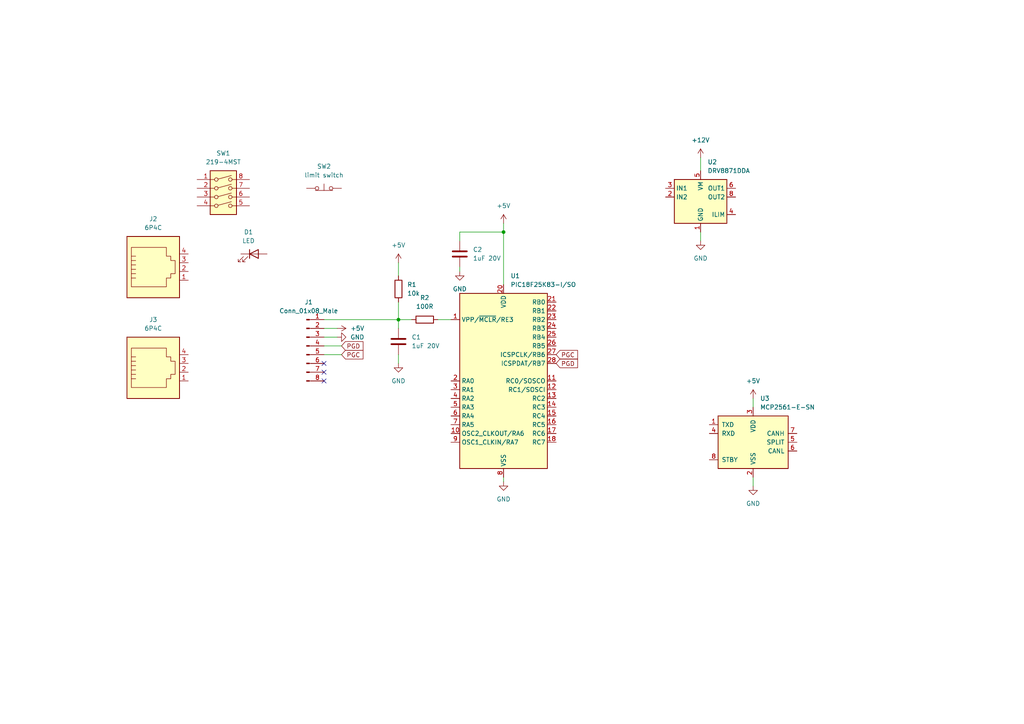
<source format=kicad_sch>
(kicad_sch (version 20211123) (generator eeschema)
  (paper "A4")
  (lib_symbols
    (symbol "Connector:6P4C" (pin_names (offset 1.016))
      (property "Reference" "J" (at -5.08 11.43 0))
      (property "Value" "6P4C" (at 2.54 11.43 0))
      (symbol "6P4C_0_1"
        (polyline (pts (xy -6.35 -1.905) (xy -5.08 -1.905) (xy -5.08 -1.905)))
        (polyline (pts (xy -6.35 -0.635) (xy -5.08 -0.635) (xy -5.08 -0.635)))
        (polyline (pts (xy -6.35 0.635) (xy -5.08 0.635) (xy -5.08 0.635)))
        (polyline (pts (xy -6.35 1.905) (xy -5.08 1.905) (xy -5.08 1.905)))
        (polyline (pts (xy -6.35 3.175) (xy -5.08 3.175) (xy -5.08 3.175)))
        (polyline (pts (xy -5.08 4.445) (xy -6.35 4.445) (xy -6.35 4.445)))
        (polyline (pts (xy -6.35 -4.445) (xy -6.35 6.985) (xy 3.81 6.985) (xy 3.81 4.445) (xy 5.08 4.445) (xy 5.08 3.175) (xy 6.35 3.175) (xy 6.35 -0.635) (xy 5.08 -0.635) (xy 5.08 -1.905) (xy 3.81 -1.905) (xy 3.81 -4.445) (xy -6.35 -4.445) (xy -6.35 -4.445)))
        (rectangle (start 7.62 10.16) (end -7.62 -7.62) (stroke (width 0.254)) (fill (type background)))
      )
      (symbol "6P4C_1_1"
        (pin passive line (at 10.16 -2.54 180) (length 2.54) (name "~") (number "1"))
        (pin passive line (at 10.16 0 180) (length 2.54) (name "~") (number "2"))
        (pin passive line (at 10.16 2.54 180) (length 2.54) (name "~") (number "3"))
        (pin passive line (at 10.16 5.08 180) (length 2.54) (name "~") (number "4"))
      )
    )
    (symbol "Connector:Conn_01x08_Male" (pin_names (offset 1.016) hide)
      (property "Reference" "J" (at 0 10.16 0))
      (property "Value" "Conn_01x08_Male" (at 0 -12.7 0))
      (symbol "Conn_01x08_Male_1_1"
        (polyline (pts (xy 1.27 -10.16) (xy 0.8636 -10.16)) (stroke (width 0.1524)))
        (polyline (pts (xy 1.27 -7.62) (xy 0.8636 -7.62)) (stroke (width 0.1524)))
        (polyline (pts (xy 1.27 -5.08) (xy 0.8636 -5.08)) (stroke (width 0.1524)))
        (polyline (pts (xy 1.27 -2.54) (xy 0.8636 -2.54)) (stroke (width 0.1524)))
        (polyline (pts (xy 1.27 0) (xy 0.8636 0)) (stroke (width 0.1524)))
        (polyline (pts (xy 1.27 2.54) (xy 0.8636 2.54)) (stroke (width 0.1524)))
        (polyline (pts (xy 1.27 5.08) (xy 0.8636 5.08)) (stroke (width 0.1524)))
        (polyline (pts (xy 1.27 7.62) (xy 0.8636 7.62)) (stroke (width 0.1524)))
        (rectangle (start 0.8636 -10.033) (end 0 -10.287) (stroke (width 0.1524)) (fill (type outline)))
        (rectangle (start 0.8636 -7.493) (end 0 -7.747) (stroke (width 0.1524)) (fill (type outline)))
        (rectangle (start 0.8636 -4.953) (end 0 -5.207) (stroke (width 0.1524)) (fill (type outline)))
        (rectangle (start 0.8636 -2.413) (end 0 -2.667) (stroke (width 0.1524)) (fill (type outline)))
        (rectangle (start 0.8636 0.127) (end 0 -0.127) (stroke (width 0.1524)) (fill (type outline)))
        (rectangle (start 0.8636 2.667) (end 0 2.413) (stroke (width 0.1524)) (fill (type outline)))
        (rectangle (start 0.8636 5.207) (end 0 4.953) (stroke (width 0.1524)) (fill (type outline)))
        (rectangle (start 0.8636 7.747) (end 0 7.493) (stroke (width 0.1524)) (fill (type outline)))
        (pin passive line (at 5.08 7.62 180) (length 3.81) (name "Pin_1") (number "1"))
        (pin passive line (at 5.08 5.08 180) (length 3.81) (name "Pin_2") (number "2"))
        (pin passive line (at 5.08 2.54 180) (length 3.81) (name "Pin_3") (number "3"))
        (pin passive line (at 5.08 0 180) (length 3.81) (name "Pin_4") (number "4"))
        (pin passive line (at 5.08 -2.54 180) (length 3.81) (name "Pin_5") (number "5"))
        (pin passive line (at 5.08 -5.08 180) (length 3.81) (name "Pin_6") (number "6"))
        (pin passive line (at 5.08 -7.62 180) (length 3.81) (name "Pin_7") (number "7"))
        (pin passive line (at 5.08 -10.16 180) (length 3.81) (name "Pin_8") (number "8"))
      )
    )
    (symbol "Device:C" (pin_numbers hide) (pin_names (offset 0.254))
      (property "Reference" "C" (at 0.635 2.54 0))
      (property "Value" "C" (at 0.635 -2.54 0))
      (symbol "C_0_1"
        (polyline (pts (xy -2.032 -0.762) (xy 2.032 -0.762)) (stroke (width 0.508)))
        (polyline (pts (xy -2.032 0.762) (xy 2.032 0.762)) (stroke (width 0.508)))
      )
      (symbol "C_1_1"
        (pin passive line (at 0 3.81 270) (length 2.794) (name "~") (number "1"))
        (pin passive line (at 0 -3.81 90) (length 2.794) (name "~") (number "2"))
      )
    )
    (symbol "Device:LED" (pin_numbers hide) (pin_names (offset 1.016) hide)
      (property "Reference" "D" (at 0 2.54 0))
      (property "Value" "LED" (at 0 -2.54 0))
      (symbol "LED_0_1"
        (polyline (pts (xy -1.27 -1.27) (xy -1.27 1.27)) (stroke (width 0.254)))
        (polyline (pts (xy -1.27 0) (xy 1.27 0)))
        (polyline (pts (xy 1.27 -1.27) (xy 1.27 1.27) (xy -1.27 0) (xy 1.27 -1.27)) (stroke (width 0.254)))
        (polyline (pts (xy -3.048 -0.762) (xy -4.572 -2.286) (xy -3.81 -2.286) (xy -4.572 -2.286) (xy -4.572 -1.524)))
        (polyline (pts (xy -1.778 -0.762) (xy -3.302 -2.286) (xy -2.54 -2.286) (xy -3.302 -2.286) (xy -3.302 -1.524)))
      )
      (symbol "LED_1_1"
        (pin passive line (at -3.81 0 0) (length 2.54) (name "K") (number "1"))
        (pin passive line (at 3.81 0 180) (length 2.54) (name "A") (number "2"))
      )
    )
    (symbol "Device:R" (pin_numbers hide) (pin_names (offset 0))
      (property "Reference" "R" (at 2.032 0 90))
      (property "Value" "R" (at 0 0 90))
      (symbol "R_0_1"
        (rectangle (start -1.016 -2.54) (end 1.016 2.54) (stroke (width 0.254)))
      )
      (symbol "R_1_1"
        (pin passive line (at 0 3.81 270) (length 1.27) (name "~") (number "1"))
        (pin passive line (at 0 -3.81 90) (length 1.27) (name "~") (number "2"))
      )
    )
    (symbol "Driver_Motor:DRV8871DDA"
      (property "Reference" "U" (at -6.35 6.35 0))
      (property "Value" "DRV8871DDA" (at 8.89 6.35 0))
      (symbol "DRV8871DDA_0_1"
        (rectangle (start -7.62 5.08) (end 7.62 -7.62) (stroke (width 0.254)) (fill (type background)))
      )
      (symbol "DRV8871DDA_1_1"
        (pin power_in line (at 0 -10.16 90) (length 2.54) (name "GND") (number "1"))
        (pin input line (at -10.16 0 0) (length 2.54) (name "IN2") (number "2"))
        (pin input line (at -10.16 2.54 0) (length 2.54) (name "IN1") (number "3"))
        (pin passive line (at 10.16 -5.08 180) (length 2.54) (name "ILIM") (number "4"))
        (pin power_in line (at 0 7.62 270) (length 2.54) (name "VM") (number "5"))
        (pin output line (at 10.16 2.54 180) (length 2.54) (name "OUT1") (number "6"))
        (pin passive line (at 0 -10.16 90) (length 2.54) hide (name "GND") (number "7"))
        (pin output line (at 10.16 0 180) (length 2.54) (name "OUT2") (number "8"))
        (pin passive line (at 0 -10.16 90) (length 2.54) hide (name "GND") (number "9"))
      )
    )
    (symbol "Interface_CAN_LIN:MCP2561-E-SN" (pin_names (offset 1.016))
      (property "Reference" "U" (at -10.16 8.89 0))
      (property "Value" "MCP2561-E-SN" (at 2.54 8.89 0))
      (symbol "MCP2561-E-SN_0_1"
        (rectangle (start -10.16 7.62) (end 10.16 -7.62) (stroke (width 0.254)) (fill (type background)))
      )
      (symbol "MCP2561-E-SN_1_1"
        (pin input line (at -12.7 5.08 0) (length 2.54) (name "TXD") (number "1"))
        (pin power_in line (at 0 -10.16 90) (length 2.54) (name "VSS") (number "2"))
        (pin power_in line (at 0 10.16 270) (length 2.54) (name "VDD") (number "3"))
        (pin output line (at -12.7 2.54 0) (length 2.54) (name "RXD") (number "4"))
        (pin passive line (at 12.7 0 180) (length 2.54) (name "SPLIT") (number "5"))
        (pin bidirectional line (at 12.7 -2.54 180) (length 2.54) (name "CANL") (number "6"))
        (pin bidirectional line (at 12.7 2.54 180) (length 2.54) (name "CANH") (number "7"))
        (pin input line (at -12.7 -5.08 0) (length 2.54) (name "STBY") (number "8"))
      )
    )
    (symbol "MCU_Microchip_PIC18:PIC18F25K83-xSP"
      (property "Reference" "U" (at -11.43 26.67 0))
      (property "Value" "PIC18F25K83-xSP" (at 11.43 26.67 0))
      (symbol "PIC18F25K83-xSP_0_1"
        (rectangle (start -12.7 -25.4) (end 12.7 25.4) (stroke (width 0.254)) (fill (type background)))
      )
      (symbol "PIC18F25K83-xSP_1_1"
        (pin input line (at -15.24 17.78 0) (length 2.54) (name "VPP/~{MCLR}/RE3") (number "1"))
        (pin bidirectional line (at -15.24 -15.24 0) (length 2.54) (name "OSC2_CLKOUT/RA6") (number "10"))
        (pin bidirectional line (at 15.24 0 180) (length 2.54) (name "RC0/SOSCO") (number "11"))
        (pin bidirectional line (at 15.24 -2.54 180) (length 2.54) (name "RC1/SOSCI") (number "12"))
        (pin bidirectional line (at 15.24 -5.08 180) (length 2.54) (name "RC2") (number "13"))
        (pin bidirectional line (at 15.24 -7.62 180) (length 2.54) (name "RC3") (number "14"))
        (pin bidirectional line (at 15.24 -10.16 180) (length 2.54) (name "RC4") (number "15"))
        (pin bidirectional line (at 15.24 -12.7 180) (length 2.54) (name "RC5") (number "16"))
        (pin bidirectional line (at 15.24 -15.24 180) (length 2.54) (name "RC6") (number "17"))
        (pin bidirectional line (at 15.24 -17.78 180) (length 2.54) (name "RC7") (number "18"))
        (pin passive line (at 0 -27.94 90) (length 2.54) hide (name "VSS") (number "19"))
        (pin bidirectional line (at -15.24 0 0) (length 2.54) (name "RA0") (number "2"))
        (pin power_in line (at 0 27.94 270) (length 2.54) (name "VDD") (number "20"))
        (pin bidirectional line (at 15.24 22.86 180) (length 2.54) (name "RB0") (number "21"))
        (pin bidirectional line (at 15.24 20.32 180) (length 2.54) (name "RB1") (number "22"))
        (pin bidirectional line (at 15.24 17.78 180) (length 2.54) (name "RB2") (number "23"))
        (pin bidirectional line (at 15.24 15.24 180) (length 2.54) (name "RB3") (number "24"))
        (pin bidirectional line (at 15.24 12.7 180) (length 2.54) (name "RB4") (number "25"))
        (pin bidirectional line (at 15.24 10.16 180) (length 2.54) (name "RB5") (number "26"))
        (pin bidirectional line (at 15.24 7.62 180) (length 2.54) (name "ICSPCLK/RB6") (number "27"))
        (pin bidirectional line (at 15.24 5.08 180) (length 2.54) (name "ICSPDAT/RB7") (number "28"))
        (pin bidirectional line (at -15.24 -2.54 0) (length 2.54) (name "RA1") (number "3"))
        (pin bidirectional line (at -15.24 -5.08 0) (length 2.54) (name "RA2") (number "4"))
        (pin bidirectional line (at -15.24 -7.62 0) (length 2.54) (name "RA3") (number "5"))
        (pin bidirectional line (at -15.24 -10.16 0) (length 2.54) (name "RA4") (number "6"))
        (pin bidirectional line (at -15.24 -12.7 0) (length 2.54) (name "RA5") (number "7"))
        (pin power_in line (at 0 -27.94 90) (length 2.54) (name "VSS") (number "8"))
        (pin bidirectional line (at -15.24 -17.78 0) (length 2.54) (name "OSC1_CLKIN/RA7") (number "9"))
      )
    )
    (symbol "Switch:SW_DIP_x04" (pin_names (offset 0) hide)
      (property "Reference" "SW" (at 0 8.89 0))
      (property "Value" "SW_DIP_x04" (at 0 -6.35 0))
      (symbol "SW_DIP_x04_0_0"
        (circle (center -2.032 -2.54) (radius 0.508))
        (circle (center -2.032 0) (radius 0.508))
        (circle (center -2.032 2.54) (radius 0.508))
        (circle (center -2.032 5.08) (radius 0.508))
        (polyline (pts (xy -1.524 -2.3876) (xy 2.3622 -1.3462)))
        (polyline (pts (xy -1.524 0.127) (xy 2.3622 1.1684)))
        (polyline (pts (xy -1.524 2.667) (xy 2.3622 3.7084)))
        (polyline (pts (xy -1.524 5.207) (xy 2.3622 6.2484)))
        (circle (center 2.032 -2.54) (radius 0.508))
        (circle (center 2.032 0) (radius 0.508))
        (circle (center 2.032 2.54) (radius 0.508))
        (circle (center 2.032 5.08) (radius 0.508))
      )
      (symbol "SW_DIP_x04_0_1"
        (rectangle (start -3.81 7.62) (end 3.81 -5.08) (stroke (width 0.254)) (fill (type background)))
      )
      (symbol "SW_DIP_x04_1_1"
        (pin passive line (at -7.62 5.08 0) (length 5.08) (name "~") (number "1"))
        (pin passive line (at -7.62 2.54 0) (length 5.08) (name "~") (number "2"))
        (pin passive line (at -7.62 0 0) (length 5.08) (name "~") (number "3"))
        (pin passive line (at -7.62 -2.54 0) (length 5.08) (name "~") (number "4"))
        (pin passive line (at 7.62 -2.54 180) (length 5.08) (name "~") (number "5"))
        (pin passive line (at 7.62 0 180) (length 5.08) (name "~") (number "6"))
        (pin passive line (at 7.62 2.54 180) (length 5.08) (name "~") (number "7"))
        (pin passive line (at 7.62 5.08 180) (length 5.08) (name "~") (number "8"))
      )
    )
    (symbol "Switch:SW_Push_Open" (pin_numbers hide) (pin_names (offset 1.016) hide)
      (property "Reference" "SW" (at 0 2.54 0))
      (property "Value" "SW_Push_Open" (at 0 -1.905 0))
      (symbol "SW_Push_Open_0_1"
        (circle (center -2.032 0) (radius 0.508))
        (polyline (pts (xy -2.54 -0.635) (xy 2.54 -0.635)))
        (polyline (pts (xy 0 -0.635) (xy 0 1.27)))
        (circle (center 2.032 0) (radius 0.508))
        (pin passive line (at -5.08 0 0) (length 2.54) (name "A") (number "1"))
      )
      (symbol "SW_Push_Open_1_1"
        (pin passive line (at 5.08 0 180) (length 2.54) (name "B") (number "2"))
      )
    )
    (symbol "power:+12V" (power) (pin_names (offset 0))
      (property "Value" "+12V" (at 0 3.556 0))
      (symbol "+12V_0_1"
        (polyline (pts (xy -0.762 1.27) (xy 0 2.54)))
        (polyline (pts (xy 0 0) (xy 0 2.54)))
        (polyline (pts (xy 0 2.54) (xy 0.762 1.27)))
      )
      (symbol "+12V_1_1"
        (pin power_in line (at 0 0 90) (length 0) hide (name "+12V") (number "1"))
      )
    )
    (symbol "power:+5V" (power) (pin_names (offset 0))
      (property "Value" "+5V" (at 0 3.556 0))
      (symbol "+5V_0_1"
        (polyline (pts (xy -0.762 1.27) (xy 0 2.54)))
        (polyline (pts (xy 0 0) (xy 0 2.54)))
        (polyline (pts (xy 0 2.54) (xy 0.762 1.27)))
      )
      (symbol "+5V_1_1"
        (pin power_in line (at 0 0 90) (length 0) hide (name "+5V") (number "1"))
      )
    )
    (symbol "power:GND" (power) (pin_names (offset 0))
      (property "Value" "GND" (at 0 -3.81 0))
      (symbol "GND_0_1"
        (polyline (pts (xy 0 0) (xy 0 -1.27) (xy 1.27 -1.27) (xy 0 -2.54) (xy -1.27 -1.27) (xy 0 -1.27)))
      )
      (symbol "GND_1_1"
        (pin power_in line (at 0 0 270) (length 0) hide (name "GND") (number "1"))
      )
    )
  )
  (junction (at 146.05 67.31))
  (junction (at 115.57 92.71))
  (no_connect (at 93.98 107.95))
  (no_connect (at 93.98 110.49))
  (no_connect (at 93.98 105.41))
  (wire (pts (xy 146.05 64.77) (xy 146.05 67.31)))
  (wire (pts (xy 115.57 87.63) (xy 115.57 92.71)))
  (wire (pts (xy 97.79 95.25) (xy 93.98 95.25)))
  (wire (pts (xy 146.05 138.43) (xy 146.05 139.7)))
  (wire (pts (xy 133.35 77.47) (xy 133.35 78.74)))
  (wire (pts (xy 218.44 138.43) (xy 218.44 140.97)))
  (wire (pts (xy 133.35 69.85) (xy 133.35 67.31)))
  (wire (pts (xy 115.57 105.41) (xy 115.57 102.87)))
  (wire (pts (xy 133.35 67.31) (xy 146.05 67.31)))
  (wire (pts (xy 203.2 45.72) (xy 203.2 49.53)))
  (wire (pts (xy 93.98 92.71) (xy 115.57 92.71)))
  (wire (pts (xy 127 92.71) (xy 130.81 92.71)))
  (wire (pts (xy 93.98 102.87) (xy 99.06 102.87)))
  (wire (pts (xy 97.79 97.79) (xy 93.98 97.79)))
  (wire (pts (xy 115.57 92.71) (xy 119.38 92.71)))
  (wire (pts (xy 218.44 115.57) (xy 218.44 118.11)))
  (wire (pts (xy 203.2 67.31) (xy 203.2 69.85)))
  (wire (pts (xy 93.98 100.33) (xy 99.06 100.33)))
  (wire (pts (xy 146.05 67.31) (xy 146.05 82.55)))
  (wire (pts (xy 115.57 76.2) (xy 115.57 80.01)))
  (wire (pts (xy 115.57 92.71) (xy 115.57 95.25)))
  (global_label "PGD" (shape input) (at 161.29 105.41 0) (property "Intersheet References" "${INTERSHEET_REFS}" (effects hide)))
  (global_label "PGC" (shape input) (at 161.29 102.87 0) (property "Intersheet References" "${INTERSHEET_REFS}" (effects hide)))
  (global_label "PGC" (shape input) (at 99.06 102.87 0) (property "Intersheet References" "${INTERSHEET_REFS}" (effects hide)))
  (global_label "PGD" (shape input) (at 99.06 100.33 0) (property "Intersheet References" "${INTERSHEET_REFS}" (effects hide)))
  (symbol (lib_id "Device:C") (at 133.35 73.66 0) (unit 1)
    (property "Reference" "C2" (at 137.16 72.3899 0) (effects (justify left)))
    (property "Value" "1uF 20V" (at 137.16 74.9299 0) (effects (justify left)))
  )
  (symbol (lib_id "Connector:Conn_01x08_Male") (at 88.9 100.33 0) (unit 1)
    (property "Reference" "J1" (at 89.535 87.63 0))
    (property "Value" "Conn_01x08_Male" (at 89.535 90.17 0))
    (property "Footprint" "Connector_PinHeader_2.54mm:PinHeader_1x08_P2.54mm_Vertical" (effects hide))
  )
  (symbol (lib_id "Switch:SW_Push_Open") (at 93.98 54.61 0) (unit 1)
    (property "Reference" "SW2" (at 93.98 48.26 0))
    (property "Value" "limit switch" (at 93.98 50.8 0))
  )
  (symbol (lib_id "power:+5V") (at 146.05 64.77 0) (unit 1)
    (property "Reference" "#PWR?" (effects hide))
    (property "Value" "+5V" (at 146.05 59.69 0))
  )
  (symbol (lib_id "power:GND") (at 97.79 97.79 90) (unit 1)
    (property "Reference" "#PWR?" (effects hide))
    (property "Value" "GND" (at 101.6 97.7899 90) (effects (justify right)))
  )
  (symbol (lib_id "power:GND") (at 203.2 69.85 0) (unit 1)
    (property "Reference" "#PWR?" (effects hide))
    (property "Value" "GND" (at 203.2 74.93 0))
  )
  (symbol (lib_id "Device:C") (at 115.57 99.06 0) (unit 1)
    (property "Reference" "C1" (at 119.38 97.7899 0) (effects (justify left)))
    (property "Value" "1uF 20V" (at 119.38 100.3299 0) (effects (justify left)))
  )
  (symbol (lib_id "Driver_Motor:DRV8871DDA") (at 203.2 57.15 0) (unit 1)
    (property "Reference" "U2" (at 205.2194 46.99 0) (effects (justify left)))
    (property "Value" "DRV8871DDA" (at 205.2194 49.53 0) (effects (justify left)))
    (property "Footprint" "Package_SO:Texas_HTSOP-8-1EP_3.9x4.9mm_P1.27mm_EP2.95x4.9mm_Mask2.4x3.1mm_ThermalVias" (effects hide))
    (property "Datasheet" "http://www.ti.com/lit/ds/symlink/drv8871.pdf" (effects hide))
  )
  (symbol (lib_id "Interface_CAN_LIN:MCP2561-E-SN") (at 218.44 128.27 0) (unit 1)
    (property "Reference" "U3" (at 220.4594 115.57 0) (effects (justify left)))
    (property "Value" "MCP2561-E-SN" (at 220.4594 118.11 0) (effects (justify left)))
    (property "Footprint" "Package_SO:SOIC-8_3.9x4.9mm_P1.27mm" (effects hide))
    (property "Datasheet" "http://ww1.microchip.com/downloads/en/DeviceDoc/25167A.pdf" (effects hide))
  )
  (symbol (lib_id "Device:LED") (at 73.66 73.66 0) (unit 1)
    (property "Reference" "D1" (at 72.0725 67.31 0))
    (property "Value" "LED" (at 72.0725 69.85 0))
    (property "Footprint" "LED_THT:LED_D3.0mm" (effects hide))
  )
  (symbol (lib_id "power:+12V") (at 203.2 45.72 0) (unit 1)
    (property "Reference" "#PWR?" (effects hide))
    (property "Value" "+12V" (at 203.2 40.64 0))
  )
  (symbol (lib_id "Connector:6P4C") (at 44.45 107.95 0) (unit 1)
    (property "Reference" "J3" (at 44.45 92.71 0))
    (property "Value" "6P4C" (at 44.45 95.25 0))
    (property "Footprint" "Connector_RJ:RJ14_Connfly_DS1133-S4_Horizontal" (effects hide))
  )
  (symbol (lib_id "MCU_Microchip_PIC18:PIC18F25K83-xSP") (at 146.05 110.49 0) (unit 1)
    (property "Reference" "U1" (at 148.0694 80.01 0) (effects (justify left)))
    (property "Value" "PIC18F25K83-I/SO" (at 148.0694 82.55 0) (effects (justify left)))
    (property "Footprint" "Package_SO:SOIC-28W_7.5x18.7mm_P1.27mm" (effects hide))
    (property "Datasheet" "http://ww1.microchip.com/downloads/en/DeviceDoc/40001943A.pdf" (effects hide))
  )
  (symbol (lib_id "power:+5V") (at 218.44 115.57 0) (unit 1)
    (property "Reference" "#PWR?" (effects hide))
    (property "Value" "+5V" (at 218.44 110.49 0))
  )
  (symbol (lib_id "Device:R") (at 123.19 92.71 90) (unit 1)
    (property "Reference" "R2" (at 123.19 86.36 90))
    (property "Value" "100R" (at 123.19 88.9 90))
  )
  (symbol (lib_id "Connector:6P4C") (at 44.45 78.74 0) (unit 1)
    (property "Reference" "J2" (at 44.45 63.5 0))
    (property "Value" "6P4C" (at 44.45 66.04 0))
    (property "Footprint" "Connector_RJ:RJ14_Connfly_DS1133-S4_Horizontal" (effects hide))
  )
  (symbol (lib_id "power:+5V") (at 115.57 76.2 0) (unit 1)
    (property "Reference" "#PWR?" (effects hide))
    (property "Value" "+5V" (at 115.57 71.12 0))
  )
  (symbol (lib_id "power:GND") (at 146.05 139.7 0) (unit 1)
    (property "Reference" "#PWR?" (effects hide))
    (property "Value" "GND" (at 146.05 144.78 0))
  )
  (symbol (lib_id "power:GND") (at 218.44 140.97 0) (unit 1)
    (property "Reference" "#PWR?" (effects hide))
    (property "Value" "GND" (at 218.44 146.05 0))
  )
  (symbol (lib_id "power:GND") (at 115.57 105.41 0) (unit 1)
    (property "Reference" "#PWR?" (effects hide))
    (property "Value" "GND" (at 115.57 110.49 0))
  )
  (symbol (lib_id "Device:R") (at 115.57 83.82 0) (unit 1)
    (property "Reference" "R1" (at 118.11 82.5499 0) (effects (justify left)))
    (property "Value" "10k" (at 118.11 85.0899 0) (effects (justify left)))
  )
  (symbol (lib_id "power:GND") (at 133.35 78.74 0) (unit 1)
    (property "Reference" "#PWR?" (effects hide))
    (property "Value" "GND" (at 133.35 83.82 0))
  )
  (symbol (lib_id "Switch:SW_DIP_x04") (at 64.77 57.15 0) (unit 1)
    (property "Reference" "SW1" (at 64.77 44.45 0))
    (property "Value" "219-4MST" (at 64.77 46.99 0))
    (property "Footprint" "Button_Switch_SMD:SW_DIP_SPSTx04_Slide_6.7x11.72mm_W8.61mm_P2.54mm_LowProfile" (effects hide))
  )
  (symbol (lib_id "power:+5V") (at 97.79 95.25 270) (unit 1)
    (property "Reference" "#PWR?" (effects hide))
    (property "Value" "+5V" (at 101.6 95.2499 90) (effects (justify left)))
  )
)
</source>
